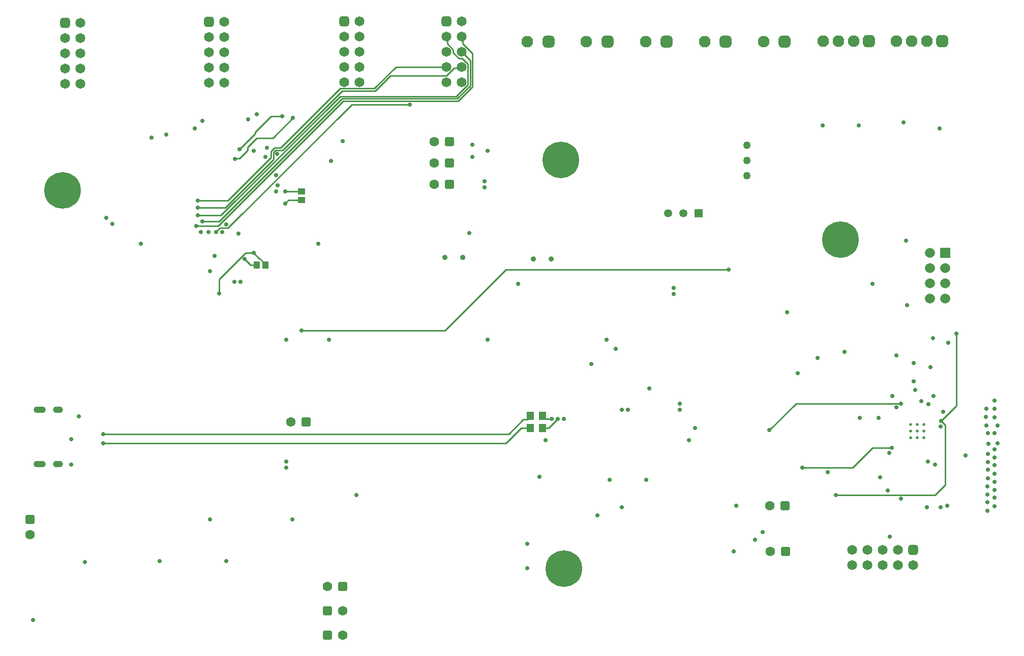
<source format=gbl>
G04*
G04 #@! TF.GenerationSoftware,Altium Limited,Altium Designer,25.4.2 (15)*
G04*
G04 Layer_Physical_Order=4*
G04 Layer_Color=16711680*
%FSLAX44Y44*%
%MOMM*%
G71*
G04*
G04 #@! TF.SameCoordinates,145FFF0F-7840-416A-8FEA-007F4607A66E*
G04*
G04*
G04 #@! TF.FilePolarity,Positive*
G04*
G01*
G75*
%ADD19C,0.2540*%
%ADD70R,1.0500X1.3000*%
%ADD86R,1.3000X1.0500*%
%ADD93R,1.2000X1.4500*%
%ADD115C,0.9000*%
%ADD130C,1.2700*%
G04:AMPARAMS|DCode=133|XSize=1.1mm|YSize=2.05mm|CornerRadius=0.55mm|HoleSize=0mm|Usage=FLASHONLY|Rotation=270.000|XOffset=0mm|YOffset=0mm|HoleType=Round|Shape=RoundedRectangle|*
%AMROUNDEDRECTD133*
21,1,1.1000,0.9500,0,0,270.0*
21,1,0.0000,2.0500,0,0,270.0*
1,1,1.1000,-0.4750,0.0000*
1,1,1.1000,-0.4750,0.0000*
1,1,1.1000,0.4750,0.0000*
1,1,1.1000,0.4750,0.0000*
%
%ADD133ROUNDEDRECTD133*%
%ADD159R,1.3500X1.3500*%
%ADD160C,1.3500*%
%ADD161C,1.6650*%
%ADD162R,1.6650X1.6650*%
G04:AMPARAMS|DCode=163|XSize=1.95mm|YSize=1.95mm|CornerRadius=0.4875mm|HoleSize=0mm|Usage=FLASHONLY|Rotation=180.000|XOffset=0mm|YOffset=0mm|HoleType=Round|Shape=RoundedRectangle|*
%AMROUNDEDRECTD163*
21,1,1.9500,0.9750,0,0,180.0*
21,1,0.9750,1.9500,0,0,180.0*
1,1,0.9750,-0.4875,0.4875*
1,1,0.9750,0.4875,0.4875*
1,1,0.9750,0.4875,-0.4875*
1,1,0.9750,-0.4875,-0.4875*
%
%ADD163ROUNDEDRECTD163*%
%ADD164C,1.9500*%
%ADD165C,1.6500*%
G04:AMPARAMS|DCode=166|XSize=1.65mm|YSize=1.65mm|CornerRadius=0.4125mm|HoleSize=0mm|Usage=FLASHONLY|Rotation=180.000|XOffset=0mm|YOffset=0mm|HoleType=Round|Shape=RoundedRectangle|*
%AMROUNDEDRECTD166*
21,1,1.6500,0.8250,0,0,180.0*
21,1,0.8250,1.6500,0,0,180.0*
1,1,0.8250,-0.4125,0.4125*
1,1,0.8250,0.4125,0.4125*
1,1,0.8250,0.4125,-0.4125*
1,1,0.8250,-0.4125,-0.4125*
%
%ADD166ROUNDEDRECTD166*%
%ADD167C,1.6000*%
G04:AMPARAMS|DCode=168|XSize=1.6mm|YSize=1.6mm|CornerRadius=0.4mm|HoleSize=0mm|Usage=FLASHONLY|Rotation=180.000|XOffset=0mm|YOffset=0mm|HoleType=Round|Shape=RoundedRectangle|*
%AMROUNDEDRECTD168*
21,1,1.6000,0.8000,0,0,180.0*
21,1,0.8000,1.6000,0,0,180.0*
1,1,0.8000,-0.4000,0.4000*
1,1,0.8000,0.4000,0.4000*
1,1,0.8000,0.4000,-0.4000*
1,1,0.8000,-0.4000,-0.4000*
%
%ADD168ROUNDEDRECTD168*%
G04:AMPARAMS|DCode=169|XSize=1.65mm|YSize=1.65mm|CornerRadius=0.4125mm|HoleSize=0mm|Usage=FLASHONLY|Rotation=270.000|XOffset=0mm|YOffset=0mm|HoleType=Round|Shape=RoundedRectangle|*
%AMROUNDEDRECTD169*
21,1,1.6500,0.8250,0,0,270.0*
21,1,0.8250,1.6500,0,0,270.0*
1,1,0.8250,-0.4125,-0.4125*
1,1,0.8250,-0.4125,0.4125*
1,1,0.8250,0.4125,0.4125*
1,1,0.8250,0.4125,-0.4125*
%
%ADD169ROUNDEDRECTD169*%
G04:AMPARAMS|DCode=170|XSize=1.6mm|YSize=1.6mm|CornerRadius=0.4mm|HoleSize=0mm|Usage=FLASHONLY|Rotation=270.000|XOffset=0mm|YOffset=0mm|HoleType=Round|Shape=RoundedRectangle|*
%AMROUNDEDRECTD170*
21,1,1.6000,0.8000,0,0,270.0*
21,1,0.8000,1.6000,0,0,270.0*
1,1,0.8000,-0.4000,-0.4000*
1,1,0.8000,-0.4000,0.4000*
1,1,0.8000,0.4000,0.4000*
1,1,0.8000,0.4000,-0.4000*
%
%ADD170ROUNDEDRECTD170*%
%ADD171C,0.5000*%
%ADD172C,0.7112*%
%ADD173C,6.0960*%
G04:AMPARAMS|DCode=175|XSize=1.1mm|YSize=1.65mm|CornerRadius=0.55mm|HoleSize=0mm|Usage=FLASHONLY|Rotation=270.000|XOffset=0mm|YOffset=0mm|HoleType=Round|Shape=RoundedRectangle|*
%AMROUNDEDRECTD175*
21,1,1.1000,0.5500,0,0,270.0*
21,1,0.0000,1.6500,0,0,270.0*
1,1,1.1000,-0.2750,0.0000*
1,1,1.1000,-0.2750,0.0000*
1,1,1.1000,0.2750,0.0000*
1,1,1.1000,0.2750,0.0000*
%
%ADD175ROUNDEDRECTD175*%
D19*
X688042Y1006812D02*
X714712D01*
X748030Y1040130D01*
X658735Y972425D02*
X672754Y986443D01*
X651510Y971550D02*
X652385Y972425D01*
X658735D01*
X624840Y747500D02*
Y770961D01*
X668879Y815000D01*
X682500D01*
X1827530Y534670D02*
X1833880Y528320D01*
X1827530Y534670D02*
X1852930Y560070D01*
X1833880Y427990D02*
Y528320D01*
X1585933Y563880D02*
X1760220D01*
X1852930Y560070D02*
Y680720D01*
X1817370Y411480D02*
X1833880Y427990D01*
X1652270Y411480D02*
X1817370D01*
X1541561Y519508D02*
X1585933Y563880D01*
X1596390Y457200D02*
X1680210D01*
X1713230Y490220D01*
X1744980D01*
X1168050Y538480D02*
X1178560D01*
X1163320Y543210D02*
Y543560D01*
Y523240D02*
X1173480D01*
X1188720Y538480D01*
X1163320Y543210D02*
X1168050Y538480D01*
X740370Y902750D02*
X762500D01*
X735000Y897380D02*
X740370Y902750D01*
X667500Y805000D02*
X677500Y795000D01*
X687750D01*
X1102360Y787400D02*
X1473200D01*
X1000760Y685800D02*
X1102360Y787400D01*
X762000Y685800D02*
X1000760D01*
X735000Y917500D02*
X762250D01*
X762500Y917250D01*
X702250Y795000D02*
Y796250D01*
X690632Y806869D02*
X691632D01*
X702250Y796250D01*
X682500Y815000D02*
X690632Y806869D01*
X431800Y513080D02*
X1107440D01*
X1131940Y537580D02*
X1138590D01*
X1107440Y513080D02*
X1131940Y537580D01*
X1128388Y523240D02*
X1143320D01*
X1102988Y497840D02*
X1128388Y523240D01*
X1138590Y537580D02*
X1143320Y542310D01*
X431800Y497840D02*
X1102988D01*
X1143320Y542310D02*
Y543560D01*
X626404Y856404D02*
X640025D01*
X620000Y850000D02*
X626404Y856404D01*
X623186Y860000D02*
X831578Y1068392D01*
X625298Y867500D02*
X830000Y1072202D01*
X627888Y877500D02*
X826400Y1076012D01*
X640000Y902500D02*
X711800Y974300D01*
X635000Y890000D02*
X715610Y970610D01*
X831578Y1068392D02*
X1023308D01*
X587500Y860000D02*
X623186D01*
X597500Y867500D02*
X625298D01*
X640025Y856404D02*
X845917Y1062296D01*
X711800Y974300D02*
Y984197D01*
X715610Y970610D02*
Y982619D01*
X826400Y1076012D02*
X1020152D01*
X830000Y1072202D02*
X1021730D01*
X590000Y877500D02*
X627888D01*
X590000Y890000D02*
X635000D01*
X590000Y902500D02*
X640000D01*
X711800Y984197D02*
X717603Y989999D01*
X727499D01*
X826530Y1089030D01*
X883642D01*
X715610Y982619D02*
X719181Y986189D01*
X731189D01*
X830000Y1085000D01*
X885000D01*
X659130Y988060D02*
X684967Y1013897D01*
X845917Y1062296D02*
X942500D01*
X1023308Y1068392D02*
X1047110Y1092194D01*
X1024736Y1139324D02*
X1029855D01*
X1047110Y1092194D02*
Y1147469D01*
X1043300Y1093773D02*
Y1136020D01*
X1003949Y1110610D02*
X1016640Y1123301D01*
X910610Y1110610D02*
X1003949D01*
X1015101Y1148960D02*
X1024736Y1139324D01*
X1028700Y1150620D02*
X1043300Y1136020D01*
X1039490Y1095351D02*
Y1129689D01*
X1029855Y1139324D02*
X1039490Y1129689D01*
X1016640Y1123301D02*
X1026781D01*
X1028700Y1125220D01*
Y1176020D02*
X1030619Y1174101D01*
Y1163960D02*
Y1174101D01*
Y1163960D02*
X1047110Y1147469D01*
X1021730Y1072202D02*
X1043300Y1093773D01*
X1020152Y1076012D02*
X1039490Y1095351D01*
X883642Y1089030D02*
X919832Y1125220D01*
X1003300Y1176020D02*
X1005219Y1174101D01*
Y1163960D02*
Y1174101D01*
Y1163960D02*
X1015101Y1154079D01*
Y1148960D02*
Y1154079D01*
X885000Y1085000D02*
X910610Y1110610D01*
X919832Y1125220D02*
X1003300D01*
X672754Y986443D02*
Y991524D01*
X711200Y1042670D02*
X730250D01*
X672754Y991524D02*
X688042Y1006812D01*
X684967Y1013897D02*
Y1016437D01*
X711200Y1042670D01*
D70*
X702250Y795000D02*
D03*
X687750D02*
D03*
D86*
X762500Y917250D02*
D03*
Y902750D02*
D03*
D93*
X1163320Y523240D02*
D03*
X1143320D02*
D03*
X1163320Y543560D02*
D03*
X1143320D02*
D03*
D115*
X1148320Y805060D02*
D03*
X1178320D02*
D03*
X1000760Y807720D02*
D03*
X1030760D02*
D03*
D130*
X1503680Y994410D02*
D03*
Y943610D02*
D03*
Y969010D02*
D03*
D133*
X326620Y462800D02*
D03*
Y553200D02*
D03*
D159*
X1423670Y881380D02*
D03*
D160*
X1372870D02*
D03*
X1398270D02*
D03*
D161*
X1808480Y739140D02*
D03*
X1833880D02*
D03*
X1808480Y815340D02*
D03*
X1833880Y764540D02*
D03*
X1808480Y789940D02*
D03*
Y764540D02*
D03*
X1833880Y789940D02*
D03*
D162*
Y815340D02*
D03*
D163*
X1566900Y1167590D02*
D03*
X1828800Y1168400D02*
D03*
X1706880D02*
D03*
X1468545Y1167590D02*
D03*
X1271835D02*
D03*
X1370190D02*
D03*
X1173480D02*
D03*
D164*
X1531900D02*
D03*
X1803400Y1168400D02*
D03*
X1778000D02*
D03*
X1752600D02*
D03*
X1681480D02*
D03*
X1656080D02*
D03*
X1630680D02*
D03*
X1433545Y1167590D02*
D03*
X1236835D02*
D03*
X1335190D02*
D03*
X1138480D02*
D03*
D165*
X1755140Y294640D02*
D03*
Y320040D02*
D03*
X1729740D02*
D03*
Y294640D02*
D03*
X1704340Y320040D02*
D03*
Y294640D02*
D03*
X1780540D02*
D03*
X1678940D02*
D03*
Y320040D02*
D03*
X393700Y1173480D02*
D03*
X368300D02*
D03*
Y1148080D02*
D03*
X393700D02*
D03*
X368300Y1122680D02*
D03*
X393700D02*
D03*
Y1198880D02*
D03*
X368300Y1097280D02*
D03*
X393700D02*
D03*
X633730Y1123950D02*
D03*
X608330D02*
D03*
X633730Y1149350D02*
D03*
X608330D02*
D03*
Y1174750D02*
D03*
X633730D02*
D03*
Y1200150D02*
D03*
Y1098550D02*
D03*
X608330D02*
D03*
X1028700Y1176020D02*
D03*
X1003300D02*
D03*
Y1150620D02*
D03*
X1028700D02*
D03*
Y1125220D02*
D03*
X1003300D02*
D03*
Y1099820D02*
D03*
X1028700D02*
D03*
Y1201420D02*
D03*
X833120Y1176020D02*
D03*
X858520Y1150620D02*
D03*
X833120Y1125220D02*
D03*
X858520D02*
D03*
Y1176020D02*
D03*
X833120Y1150620D02*
D03*
X858520Y1201420D02*
D03*
X833120Y1099820D02*
D03*
X858520D02*
D03*
D166*
X1780540Y320040D02*
D03*
D167*
X982980Y1000760D02*
D03*
X1543050Y317495D02*
D03*
X1541780Y393700D02*
D03*
X982980Y965200D02*
D03*
Y929640D02*
D03*
X309880Y345440D02*
D03*
X744220Y533400D02*
D03*
X805180Y259080D02*
D03*
X830580Y218440D02*
D03*
Y177800D02*
D03*
D168*
X1008380Y1000760D02*
D03*
X1568450Y317495D02*
D03*
X1567180Y393700D02*
D03*
X1008380Y965200D02*
D03*
Y929640D02*
D03*
X769620Y533400D02*
D03*
X830580Y259080D02*
D03*
X805180Y218440D02*
D03*
Y177800D02*
D03*
D169*
X368300Y1198880D02*
D03*
X608330Y1200150D02*
D03*
X1003300Y1201420D02*
D03*
X833120D02*
D03*
D170*
X309880Y370840D02*
D03*
D171*
X1776906Y529160D02*
D03*
Y507160D02*
D03*
X1787906Y518160D02*
D03*
X1776906D02*
D03*
X1787906Y529160D02*
D03*
X1798906Y507160D02*
D03*
X1787906D02*
D03*
X1798906Y518160D02*
D03*
Y529160D02*
D03*
D172*
X748030Y1040130D02*
D03*
X651510Y971550D02*
D03*
X391160Y542290D02*
D03*
X378460Y462280D02*
D03*
X1666240Y650240D02*
D03*
X1826917Y525762D02*
D03*
X1827530Y534670D02*
D03*
X1831224Y550395D02*
D03*
X1837690Y393700D02*
D03*
X1752600Y557530D02*
D03*
X1742332Y341988D02*
D03*
X1760220Y563880D02*
D03*
X1826260Y391160D02*
D03*
X1784350Y586740D02*
D03*
X1813560Y673100D02*
D03*
X1781810Y631190D02*
D03*
X1746250Y576580D02*
D03*
X1769110Y835660D02*
D03*
X1852930Y680720D02*
D03*
X1805940Y562610D02*
D03*
X1814830Y576580D02*
D03*
X1752600Y643890D02*
D03*
X1794510Y567690D02*
D03*
X1621790Y640080D02*
D03*
X1781810Y600710D02*
D03*
X1805776Y467439D02*
D03*
X1809750Y624840D02*
D03*
X1725930Y440690D02*
D03*
X1738884Y418846D02*
D03*
X1652270Y411480D02*
D03*
X1517650Y336550D02*
D03*
X1541561Y519508D02*
D03*
X1905000Y453390D02*
D03*
X1916430Y473710D02*
D03*
X1868170Y477520D02*
D03*
X1916430Y461010D02*
D03*
X1905000Y466090D02*
D03*
Y480060D02*
D03*
X1817370Y462280D02*
D03*
X1744980Y490220D02*
D03*
X1741170Y481330D02*
D03*
X1638300Y449580D02*
D03*
X1803400Y391160D02*
D03*
X1916202Y433272D02*
D03*
Y392632D02*
D03*
Y419302D02*
D03*
Y406602D02*
D03*
X1916430Y447040D02*
D03*
X1905000Y439420D02*
D03*
X1904772Y425652D02*
D03*
Y385012D02*
D03*
Y398982D02*
D03*
Y411682D02*
D03*
X1760220Y405130D02*
D03*
X1691640Y539750D02*
D03*
X1723390D02*
D03*
X1916202Y555192D02*
D03*
X1921510Y527050D02*
D03*
X1916430Y487680D02*
D03*
Y541020D02*
D03*
Y514350D02*
D03*
X1902460Y554990D02*
D03*
Y527050D02*
D03*
X1902232Y541222D02*
D03*
X1905172Y514448D02*
D03*
X1906442Y496668D02*
D03*
X1921510Y497840D02*
D03*
X1916430Y568960D02*
D03*
X1838960Y665480D02*
D03*
X1588770Y614680D02*
D03*
X1596390Y457200D02*
D03*
X1530350Y349250D02*
D03*
X1485900Y393700D02*
D03*
X1482090Y317500D02*
D03*
X1570990Y716026D02*
D03*
X1713230Y763270D02*
D03*
X1770380Y727710D02*
D03*
X1391920Y553720D02*
D03*
X1407160Y502920D02*
D03*
X1341120Y589280D02*
D03*
X1391920Y563880D02*
D03*
X1336040Y436880D02*
D03*
X1275080D02*
D03*
X1178560Y538480D02*
D03*
X1188720D02*
D03*
X1198880D02*
D03*
X705000Y990000D02*
D03*
X790000Y830000D02*
D03*
X735000Y897380D02*
D03*
X537500Y1012500D02*
D03*
X495000Y830000D02*
D03*
X667500Y805000D02*
D03*
X1168400Y502920D02*
D03*
X1244600Y629920D02*
D03*
X1071880Y985520D02*
D03*
X1381760Y746760D02*
D03*
Y756920D02*
D03*
X1473200Y787400D02*
D03*
X1046480Y975360D02*
D03*
X1122680Y763016D02*
D03*
X762000Y685800D02*
D03*
X1254760Y377157D02*
D03*
X1295400Y391160D02*
D03*
X1041400Y848360D02*
D03*
X1285240Y655320D02*
D03*
X1071880Y670560D02*
D03*
X682500Y985000D02*
D03*
X735000Y917500D02*
D03*
X682500Y815000D02*
D03*
X512500Y1007500D02*
D03*
X807720Y670560D02*
D03*
X853440Y411480D02*
D03*
X624840Y747500D02*
D03*
X1158240Y441960D02*
D03*
X1417320Y523240D02*
D03*
X736600Y467360D02*
D03*
X436880Y873760D02*
D03*
X447040Y863600D02*
D03*
X736600Y457200D02*
D03*
X746760Y370840D02*
D03*
X1295400Y553720D02*
D03*
X1137920Y289560D02*
D03*
X1270000Y670560D02*
D03*
X1305560Y553720D02*
D03*
X1137920Y330200D02*
D03*
X736600Y670560D02*
D03*
X660400Y767080D02*
D03*
X650240D02*
D03*
X1066800Y924560D02*
D03*
X610000Y785000D02*
D03*
X1066800Y934720D02*
D03*
X431800Y497840D02*
D03*
Y513080D02*
D03*
X378473Y504210D02*
D03*
X1046480Y995680D02*
D03*
X526491Y301093D02*
D03*
X609600Y370840D02*
D03*
X314960Y203200D02*
D03*
X401320Y299720D02*
D03*
X637318Y300807D02*
D03*
X657500Y847500D02*
D03*
X811509Y968491D02*
D03*
X830755Y1001745D02*
D03*
X720000Y917192D02*
D03*
X617500Y810000D02*
D03*
X630000Y850000D02*
D03*
X637500Y862500D02*
D03*
X620000Y850000D02*
D03*
X720000Y945000D02*
D03*
X702500Y975000D02*
D03*
X673596Y1037500D02*
D03*
X659130Y988060D02*
D03*
X942500Y1062296D02*
D03*
X587500Y860000D02*
D03*
X597500Y867500D02*
D03*
X590000Y877500D02*
D03*
X721706Y980094D02*
D03*
X607500Y850000D02*
D03*
X595000D02*
D03*
X722500Y927500D02*
D03*
X590000Y890000D02*
D03*
Y902500D02*
D03*
X597500Y1035000D02*
D03*
X584806Y1022306D02*
D03*
X1765000Y1032500D02*
D03*
X688121Y1045895D02*
D03*
X1825000Y1022500D02*
D03*
X1630000Y1027500D02*
D03*
X730250Y1042670D02*
D03*
X1690000Y1027500D02*
D03*
D173*
X1659890Y836930D02*
D03*
X1198880Y288290D02*
D03*
X1193800Y970280D02*
D03*
X364490Y919480D02*
D03*
D175*
X356620Y462800D02*
D03*
Y553200D02*
D03*
M02*

</source>
